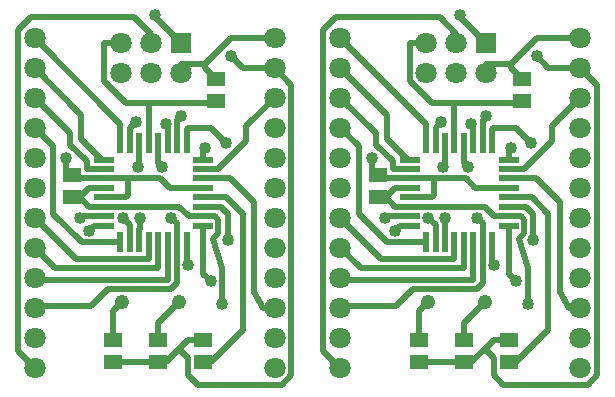
<source format=gtl>
G04 DipTrace 2.2.0.9*
%INISPduino.GTL*%
%MOIN*%
%ADD13C,0.0197*%
%ADD14C,0.02*%
%ADD17R,0.0669X0.0197*%
%ADD18R,0.0197X0.0669*%
%ADD19C,0.048*%
%ADD20R,0.0591X0.0512*%
%ADD21C,0.0709*%
%ADD22R,0.0709X0.0709*%
%ADD23C,0.04*%
%FSLAX44Y44*%
%SFA1B1*%
%OFA0B0*%
G04*
G70*
G90*
G75*
G01*
%LNTop*%
%LPD*%
X8309Y12367D2*
D13*
Y11932D1*
D14*
Y11622D1*
X8253Y11566D1*
X7994Y12367D2*
D13*
Y12802D1*
D14*
Y12869D1*
X8190Y13066D1*
X7679Y12367D2*
D13*
Y12802D1*
D14*
Y13015D1*
X4815Y15879D1*
X7128Y11816D2*
D13*
X7065D1*
D14*
X6378Y12503D1*
Y13316D1*
X4815Y14879D1*
X7128Y11501D2*
D13*
X6565D1*
D14*
Y11753D1*
X6003Y12316D1*
Y12691D1*
X4815Y13879D1*
X7679Y9060D2*
D13*
X7481D1*
D14*
X6383D1*
X5440Y10003D1*
Y12254D1*
X4815Y12879D1*
X7994Y9060D2*
D13*
Y9495D1*
D14*
Y9637D1*
X7753Y9878D1*
X8309Y9060D2*
D13*
Y9495D1*
D14*
X8315D1*
Y9878D1*
X8624Y9060D2*
D13*
Y8625D1*
D14*
Y8503D1*
X6191D1*
X4815Y9879D1*
X8939Y9060D2*
D13*
Y8625D1*
D14*
Y8190D1*
X5503D1*
X4815Y8879D1*
X9254Y9060D2*
D13*
Y8625D1*
D14*
Y7815D1*
X4878D1*
X4815Y7879D1*
X9569Y9060D2*
D13*
Y9495D1*
D14*
Y9687D1*
X9378Y9878D1*
X9569Y9060D2*
D13*
Y8625D1*
D14*
Y7694D1*
X9378Y7503D1*
X7253D1*
X6690Y6940D1*
X4877D1*
X4815Y6879D1*
X9884Y9060D2*
D13*
Y8625D1*
D14*
Y8372D1*
X9941Y8315D1*
X9691Y15691D2*
X8816Y16566D1*
Y16629D1*
X10435Y9611D2*
D13*
Y9316D1*
D14*
Y8009D1*
X10691Y7753D1*
X8691Y15691D2*
Y16004D1*
X8128Y16566D1*
X4690D1*
X4253Y16129D1*
Y5441D1*
X4815Y4879D1*
X9691Y14691D2*
Y15004D1*
X10503D1*
X11378Y15879D1*
X12816D1*
X10503Y15004D2*
Y14877D1*
X10877Y14503D1*
X7128Y10241D2*
D13*
X6640D1*
D14*
X6326Y10555D1*
X6190Y10691D1*
X6065Y10566D1*
X10435Y9926D2*
D13*
X9955D1*
D14*
X9640Y10241D1*
X7128D1*
X10435Y9926D2*
D13*
X10831D1*
D14*
X10941Y9816D1*
Y9378D1*
X10771Y9159D1*
X11066Y8190D1*
Y7003D1*
X7128Y10871D2*
D13*
X6642D1*
D14*
X6326Y10555D1*
X10435Y11501D2*
D13*
X10938D1*
D14*
X11878Y12441D1*
Y12941D1*
X12816Y13879D1*
X10435Y11816D2*
D13*
Y12014D1*
D14*
Y12123D1*
X10503Y12191D1*
X9884Y12367D2*
D13*
Y12822D1*
D14*
X9941Y12878D1*
X10691D1*
X11191Y12378D1*
X9569Y12367D2*
D13*
Y12802D1*
D14*
Y13132D1*
X9691Y13253D1*
X9254Y12367D2*
D13*
Y12802D1*
D14*
Y12940D1*
X9191Y13003D1*
X8939Y12367D2*
D13*
Y11932D1*
D14*
Y11692D1*
X9066Y11566D1*
X10435Y10241D2*
D13*
X11015D1*
D14*
X11253Y10003D1*
Y9128D1*
X10435Y11186D2*
D13*
X11327D1*
D14*
X12128Y10385D1*
Y7389D1*
X12441Y6879D1*
X12816D1*
X7439Y5066D2*
X8939D1*
X10441Y5813D2*
X9939D1*
X9634Y5509D1*
X9192Y5066D1*
X8939D1*
X7128Y11186D2*
D13*
X6565D1*
D14*
X6193D1*
X6065Y11314D1*
X7128Y11186D2*
D13*
X7562D1*
X10435Y10871D2*
X9323D1*
X9008Y11186D1*
X8378D1*
D14*
X7940D1*
X6570D1*
X5878Y11878D2*
Y11501D1*
X6065Y11314D1*
X12816Y14879D2*
X11753D1*
X11378Y15254D1*
X9634Y5509D2*
X9941Y5202D1*
Y4628D1*
X10253Y4315D1*
X13066D1*
X13378Y4628D1*
Y14316D1*
X12816Y14879D1*
X7128Y10556D2*
D13*
X7562D1*
D14*
X7868D1*
X7940Y10628D1*
Y11186D1*
X18498Y12367D2*
D13*
Y11932D1*
D14*
Y11622D1*
X18442Y11566D1*
X17628Y5814D2*
Y6777D1*
X17917Y7065D1*
X17316Y9926D2*
D13*
X16882D1*
D14*
X16552D1*
X16504Y9878D1*
X18183Y12367D2*
D13*
Y12802D1*
D14*
Y12869D1*
X18379Y13066D1*
X19128Y5814D2*
Y6377D1*
X19817Y7065D1*
X17316Y9611D2*
D13*
X16987D1*
D14*
X16816Y9441D1*
X7439Y5814D2*
Y6777D1*
X7728Y7065D1*
X7128Y9926D2*
D13*
X6693D1*
D14*
X6363D1*
X6315Y9878D1*
X8939Y5814D2*
Y6377D1*
X9628Y7065D1*
X7128Y9611D2*
D13*
X6798D1*
D14*
X6628Y9441D1*
X8624Y12367D2*
D13*
Y13691D1*
D14*
X7878D1*
X7128Y14441D1*
Y15691D1*
X7691D1*
X8624Y13691D2*
X10814D1*
X10877Y13755D1*
X10435Y10556D2*
D13*
X10870D1*
D14*
X11200D1*
X11753Y10003D1*
Y6128D1*
X10691Y5065D1*
X10441D1*
X17868Y12367D2*
D13*
Y12802D1*
D14*
Y13015D1*
X15004Y15879D1*
X18812Y12367D2*
D13*
Y13691D1*
D14*
X18066D1*
X17316Y14441D1*
Y15691D1*
X17879D1*
X18812Y13691D2*
X21002D1*
X21066Y13755D1*
X17316Y11816D2*
D13*
X17254D1*
D14*
X16566Y12503D1*
Y13316D1*
X15004Y14879D1*
X20623Y10556D2*
D13*
X21058D1*
D14*
X21389D1*
X21942Y10003D1*
Y6128D1*
X20879Y5065D1*
X20629D1*
X17316Y11501D2*
D13*
X16754D1*
D14*
Y11753D1*
X16191Y12316D1*
Y12691D1*
X15004Y13879D1*
X17868Y9060D2*
D13*
X17669D1*
D14*
X16572D1*
X15629Y10003D1*
Y12254D1*
X15004Y12879D1*
X18183Y9060D2*
D13*
Y9495D1*
D14*
Y9637D1*
X17941Y9878D1*
X18498Y9060D2*
D13*
Y9495D1*
D14*
X18504D1*
Y9878D1*
X18812Y9060D2*
D13*
Y8625D1*
D14*
Y8503D1*
X16379D1*
X15004Y9879D1*
X19127Y9060D2*
D13*
Y8625D1*
D14*
Y8190D1*
X15692D1*
X15004Y8879D1*
X19442Y9060D2*
D13*
Y8625D1*
D14*
Y7815D1*
X15067D1*
X15004Y7879D1*
X19757Y9060D2*
D13*
Y9495D1*
D14*
Y9687D1*
X19567Y9878D1*
X19757Y9060D2*
D13*
Y8625D1*
D14*
Y7694D1*
X19567Y7503D1*
X17441D1*
X16879Y6940D1*
X15065D1*
X15004Y6879D1*
X20072Y9060D2*
D13*
Y8625D1*
D14*
Y8372D1*
X20129Y8315D1*
X19879Y15691D2*
X19004Y16566D1*
Y16629D1*
X20623Y9611D2*
D13*
Y9316D1*
D14*
Y8009D1*
X20879Y7753D1*
X18879Y15691D2*
Y16004D1*
X18317Y16566D1*
X14879D1*
X14441Y16129D1*
Y5441D1*
X15004Y4879D1*
X19879Y14691D2*
Y15004D1*
X20692D1*
X21567Y15879D1*
X23005D1*
X20692Y15004D2*
Y14877D1*
X21066Y14503D1*
X17316Y10241D2*
D13*
X16828D1*
D14*
X16515Y10555D1*
X16379Y10691D1*
X16254Y10566D1*
X20623Y9926D2*
D13*
X20144D1*
D14*
X19829Y10241D1*
X17316D1*
X20623Y9926D2*
D13*
X21020D1*
D14*
X21129Y9816D1*
Y9378D1*
X20959Y9159D1*
X21254Y8190D1*
Y7003D1*
X17316Y10871D2*
D13*
X16831D1*
D14*
X16515Y10555D1*
X20623Y11501D2*
D13*
X21127D1*
D14*
X22067Y12441D1*
Y12941D1*
X23005Y13879D1*
X20623Y11816D2*
D13*
Y12014D1*
D14*
Y12123D1*
X20692Y12191D1*
X20072Y12367D2*
D13*
Y12822D1*
D14*
X20129Y12878D1*
X20879D1*
X21379Y12378D1*
X19757Y12367D2*
D13*
Y12802D1*
D14*
Y13132D1*
X19879Y13253D1*
X19442Y12367D2*
D13*
Y12802D1*
D14*
Y12940D1*
X19379Y13003D1*
X19127Y12367D2*
D13*
Y11932D1*
D14*
Y11692D1*
X19254Y11566D1*
X20623Y10241D2*
D13*
X21204D1*
D14*
X21442Y10003D1*
Y9128D1*
X20623Y11186D2*
D13*
X21516D1*
D14*
X22317Y10385D1*
Y7389D1*
X22629Y6879D1*
X23005D1*
X17628Y5066D2*
X19128D1*
X20629Y5813D2*
X20127D1*
X19823Y5509D1*
X19380Y5066D1*
X19128D1*
X17316Y11186D2*
D13*
X16754D1*
D14*
X16382D1*
X16254Y11314D1*
X17316Y11186D2*
D13*
X17751D1*
X20623Y10871D2*
X19511D1*
X19196Y11186D1*
X18567D1*
D14*
X18129D1*
X16759D1*
X16066Y11878D2*
Y11501D1*
X16254Y11314D1*
X23005Y14879D2*
X21942D1*
X21567Y15254D1*
X19823Y5509D2*
X20129Y5202D1*
Y4628D1*
X20442Y4315D1*
X23255D1*
X23567Y4628D1*
Y14316D1*
X23005Y14879D1*
X17316Y10556D2*
D13*
X17751D1*
D14*
X18057D1*
X18129Y10628D1*
Y11186D1*
D23*
X9378Y9878D3*
X6628Y9441D3*
X9066Y11566D3*
X9941Y8315D3*
X10691Y7753D3*
X6315Y9878D3*
X11253Y9128D3*
X7753Y9878D3*
X8315D3*
X9191Y13003D3*
X9691Y13253D3*
X11191Y12378D3*
X10503Y12191D3*
X8190Y13066D3*
X8253Y11566D3*
X5878Y11878D3*
X11378Y15254D3*
X8816Y16629D3*
X11066Y7003D3*
X19567Y9878D3*
X16816Y9441D3*
X19254Y11566D3*
X20129Y8315D3*
X20879Y7753D3*
X16504Y9878D3*
X21442Y9128D3*
X17941Y9878D3*
X18504D3*
X19379Y13003D3*
X19879Y13253D3*
X21379Y12378D3*
X20692Y12191D3*
X18379Y13066D3*
X18442Y11566D3*
X16066Y11878D3*
X21567Y15254D3*
X19004Y16629D3*
X21254Y7003D3*
D17*
X7128Y11816D3*
Y11501D3*
Y11186D3*
Y10871D3*
Y10556D3*
Y10241D3*
Y9926D3*
Y9611D3*
D18*
X7679Y9060D3*
X7994D3*
X8309D3*
X8624D3*
X8939D3*
X9254D3*
X9569D3*
X9884D3*
D17*
X10435Y9611D3*
Y9926D3*
Y10241D3*
Y10556D3*
Y10871D3*
Y11186D3*
Y11501D3*
Y11816D3*
D18*
X9884Y12367D3*
X9569D3*
X9254D3*
X8939D3*
X8624D3*
X8309D3*
X7994D3*
X7679D3*
D19*
X9628Y7065D3*
X7728D3*
D20*
X8939Y5066D3*
Y5814D3*
X7439Y5066D3*
Y5814D3*
X10877Y14503D3*
Y13755D3*
X10441Y5065D3*
Y5813D3*
X6065Y10566D3*
Y11314D3*
D21*
X4815Y15879D3*
Y14879D3*
Y13879D3*
Y12879D3*
Y11879D3*
Y10879D3*
Y9879D3*
Y8879D3*
Y7879D3*
Y6879D3*
Y5879D3*
Y4879D3*
X12816Y15879D3*
Y14879D3*
Y13879D3*
Y12879D3*
Y11879D3*
Y10879D3*
Y9879D3*
Y8879D3*
Y7879D3*
Y6879D3*
Y5879D3*
Y4879D3*
D22*
X9691Y15691D3*
D21*
X8691D3*
X7691D3*
Y14691D3*
X8691D3*
X9691D3*
D17*
X17316Y11816D3*
Y11501D3*
Y11186D3*
Y10871D3*
Y10556D3*
Y10241D3*
Y9926D3*
Y9611D3*
D18*
X17868Y9060D3*
X18183D3*
X18498D3*
X18812D3*
X19127D3*
X19442D3*
X19757D3*
X20072D3*
D17*
X20623Y9611D3*
Y9926D3*
Y10241D3*
Y10556D3*
Y10871D3*
Y11186D3*
Y11501D3*
Y11816D3*
D18*
X20072Y12367D3*
X19757D3*
X19442D3*
X19127D3*
X18812D3*
X18498D3*
X18183D3*
X17868D3*
D19*
X19817Y7065D3*
X17917D3*
D20*
X19128Y5066D3*
Y5814D3*
X17628Y5066D3*
Y5814D3*
X21066Y14503D3*
Y13755D3*
X20629Y5065D3*
Y5813D3*
X16254Y10566D3*
Y11314D3*
D21*
X15004Y15879D3*
Y14879D3*
Y13879D3*
Y12879D3*
Y11879D3*
Y10879D3*
Y9879D3*
Y8879D3*
Y7879D3*
Y6879D3*
Y5879D3*
Y4879D3*
X23005Y15879D3*
Y14879D3*
Y13879D3*
Y12879D3*
Y11879D3*
Y10879D3*
Y9879D3*
Y8879D3*
Y7879D3*
Y6879D3*
Y5879D3*
Y4879D3*
D22*
X19879Y15691D3*
D21*
X18879D3*
X17879D3*
Y14691D3*
X18879D3*
X19879D3*
M02*

</source>
